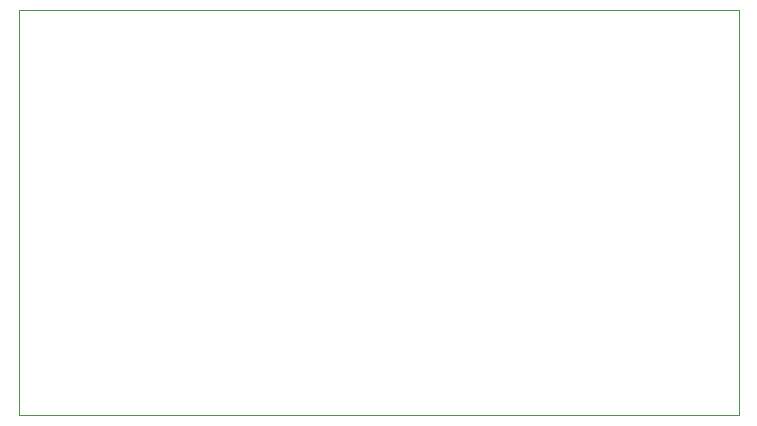
<source format=gbr>
%TF.GenerationSoftware,KiCad,Pcbnew,7.0.10-7.0.10~ubuntu22.04.1*%
%TF.CreationDate,2024-04-02T17:14:40-04:00*%
%TF.ProjectId,ground-test-controller,67726f75-6e64-42d7-9465-73742d636f6e,rev?*%
%TF.SameCoordinates,Original*%
%TF.FileFunction,Profile,NP*%
%FSLAX46Y46*%
G04 Gerber Fmt 4.6, Leading zero omitted, Abs format (unit mm)*
G04 Created by KiCad (PCBNEW 7.0.10-7.0.10~ubuntu22.04.1) date 2024-04-02 17:14:40*
%MOMM*%
%LPD*%
G01*
G04 APERTURE LIST*
%TA.AperFunction,Profile*%
%ADD10C,0.100000*%
%TD*%
G04 APERTURE END LIST*
D10*
X26670000Y-25400000D02*
X87630000Y-25400000D01*
X87630000Y-59690000D01*
X26670000Y-59690000D01*
X26670000Y-25400000D01*
M02*

</source>
